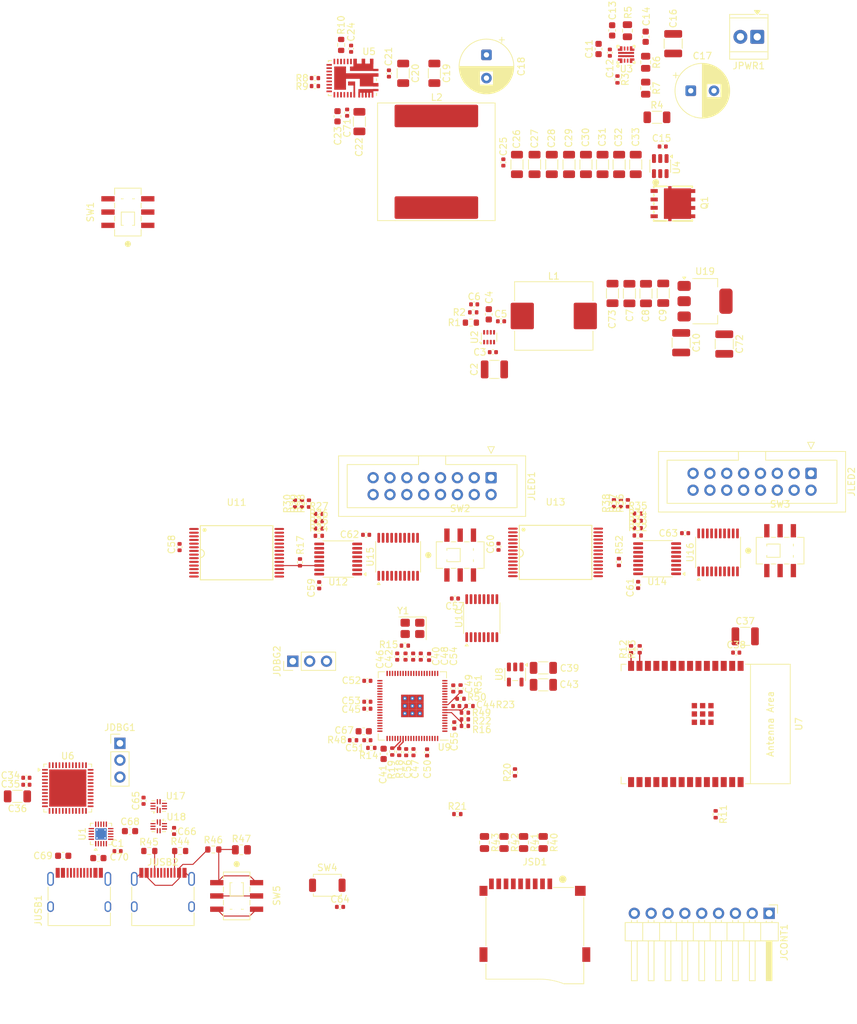
<source format=kicad_pcb>
(kicad_pcb (version 20241229) (generator "pcbnew") (generator_version "9.0")
  (layers (0 "F.Cu" signal) (4 "In1.Cu" signal) (6 "In2.Cu" signal) (2 "B.Cu" signal) (13 "F.Paste" user) (15 "B.Paste" user) (5 "F.SilkS" user "F.Silkscreen") (7 "B.SilkS" user "B.Silkscreen") (1 "F.Mask" user) (3 "B.Mask" user) (25 "Edge.Cuts" user))
  (net 0 "")
  (net 1 "GND")
  (net 2 "Net-(U1-VBIAS)")
  (net 3 "Net-(U2-VIN)")
  (net 4 "Net-(U2-SS)")
  (net 5 "Net-(U2-BST)")
  (net 6 "Net-(U2-SW)")
  (net 7 "Net-(U2-FB)")
  (net 8 "VDD")
  (net 9 "/Power/VBUS")
  (net 10 "Net-(U3-ITIMER)")
  (net 11 "Net-(U3-dVdt)")
  (net 12 "Net-(U4-VS)")
  (net 13 "+5V")
  (net 14 "Net-(U5-PVCC)")
  (net 15 "Net-(U5-VDD)")
  (net 16 "Net-(U5-PHASE)")
  (net 17 "Net-(C24-Pad2)")
  (net 18 "/Power/5V_REG")
  (net 19 "Net-(U9-XIN)")
  (net 20 "Net-(U9-VREG_AVDD)")
  (net 21 "Net-(C42-Pad2)")
  (net 22 "/Display MCU/DVDD")
  (net 23 "Net-(U9-ADC_AVDD)")
  (net 24 "/Peripherals/YADC")
  (net 25 "/Peripherals/PWRBTN")
  (net 26 "/Peripherals/ADCBTN")
  (net 27 "/Peripherals/MENBTN")
  (net 28 "/Peripherals/TABBTN")
  (net 29 "/Peripherals/SELBTN")
  (net 30 "/Peripherals/XADC")
  (net 31 "Net-(JDBG1-Pin_1)")
  (net 32 "Net-(JDBG1-Pin_2)")
  (net 33 "Net-(JDBG2-Pin_1)")
  (net 34 "Net-(JDBG2-Pin_2)")
  (net 35 "/Decoder/PANELA.R0")
  (net 36 "/LED Connection A/PANEL.B")
  (net 37 "/Decoder/PANELA.G0")
  (net 38 "/LED Connection A/PANEL.OE")
  (net 39 "/Decoder/PANELA.G1")
  (net 40 "/LED Connection A/PANEL.C")
  (net 41 "/LED Connection A/PANEL.D")
  (net 42 "/Decoder/PANELA.B1")
  (net 43 "/LED Connection A/PANEL.LAT")
  (net 44 "/LED Connection A/PANEL.CLK")
  (net 45 "/Decoder/PANELA.R1")
  (net 46 "/LED Connection A/PANEL.A")
  (net 47 "/Decoder/PANELA.B0")
  (net 48 "/LED Connection B/PANEL.D")
  (net 49 "/Decoder/PANELB.B1")
  (net 50 "/LED Connection B/PANEL.CLK")
  (net 51 "/LED Connection B/PANEL.C")
  (net 52 "/Decoder/PANELB.G1")
  (net 53 "/Decoder/PANELB.R1")
  (net 54 "/Decoder/PANELB.R0")
  (net 55 "/LED Connection B/PANEL.OE")
  (net 56 "/Decoder/PANELB.G0")
  (net 57 "/LED Connection B/PANEL.LAT")
  (net 58 "/LED Connection B/PANEL.B")
  (net 59 "/Decoder/PANELB.B0")
  (net 60 "/LED Connection B/PANEL.A")
  (net 61 "/Display MCU/CMD")
  (net 62 "/Display MCU/DAT0")
  (net 63 "/Display MCU/CLK")
  (net 64 "/Display MCU/DAT2")
  (net 65 "/Display MCU/DAT3")
  (net 66 "/Display MCU/DAT1")
  (net 67 "/Display MCU/DET")
  (net 68 "Net-(U1-C_SBU1)")
  (net 69 "Net-(JUSB1-CC2)")
  (net 70 "Net-(JUSB1-CC1)")
  (net 71 "Net-(U1-C_SBU2)")
  (net 72 "/Peripherals/AUX_USB_VBUS")
  (net 73 "/Peripherals/AUX_USB_D-")
  (net 74 "Net-(JUSB2-CC1)")
  (net 75 "Net-(JUSB2-CC2)")
  (net 76 "/Peripherals/AUX_USB_D+")
  (net 77 "Net-(U5-SW)")
  (net 78 "Net-(Q1-G)")
  (net 79 "/Power MCU/EN_VBUS")
  (net 80 "/Power MCU/VBUS_IMEAS")
  (net 81 "Net-(U3-PGTH)")
  (net 82 "Net-(U5-ADDR)")
  (net 83 "Net-(U5-RT{slash}SYNC)")
  (net 84 "Net-(U5-BOOT)")
  (net 85 "/Power MCU/ESP_RESET")
  (net 86 "/USB Mux/ESP_D+")
  (net 87 "/WiFi MCU/MCU_USB_D+")
  (net 88 "/WiFi MCU/MCU_USB_D-")
  (net 89 "/USB Mux/ESP_D-")
  (net 90 "Net-(U9-XOUT)")
  (net 91 "Net-(U19-VI)")
  (net 92 "/Decoder/PIX_MEM_PA4")
  (net 93 "Net-(U11-I{slash}O0)")
  (net 94 "/Decoder/MEM_IO")
  (net 95 "/Display MCU/USB_D+")
  (net 96 "/Display MCU/MCU_USB_D+")
  (net 97 "/Display MCU/USB_D-")
  (net 98 "/Display MCU/MCU_USB_D-")
  (net 99 "/Decoder/MEMA_WE")
  (net 100 "/Decoder/MEMB_WE")
  (net 101 "Net-(U9-GPIO10)")
  (net 102 "/Decoder/RGB_CLK")
  (net 103 "Net-(U9-GPIO11)")
  (net 104 "Net-(U11-I{slash}O1)")
  (net 105 "Net-(U11-I{slash}O2)")
  (net 106 "Net-(U11-I{slash}O3)")
  (net 107 "Net-(U11-I{slash}O4)")
  (net 108 "Net-(U11-I{slash}O5)")
  (net 109 "Net-(U11-I{slash}O6)")
  (net 110 "Net-(U11-I{slash}O7)")
  (net 111 "/Decoder/PANEL_RGB_OE")
  (net 112 "Net-(U13-I{slash}O1)")
  (net 113 "Net-(U13-I{slash}O2)")
  (net 114 "Net-(U13-I{slash}O3)")
  (net 115 "Net-(U13-I{slash}O4)")
  (net 116 "Net-(U13-I{slash}O5)")
  (net 117 "Net-(U13-I{slash}O6)")
  (net 118 "Net-(U13-I{slash}O7)")
  (net 119 "RESET")
  (net 120 "Net-(R46-Pad2)")
  (net 121 "/Decoder/PIX_MEM_PA3")
  (net 122 "Net-(U9-GPIO12)")
  (net 123 "/Decoder/PIX_MEM_PA1")
  (net 124 "/Decoder/PIX_MEM_PA2")
  (net 125 "/Decoder/PIX_MEM_PA0")
  (net 126 "/Decoder/PIX_MEM_PA5")
  (net 127 "/Decoder/PIX_MEM_PA6")
  (net 128 "/Decoder/PIX_MEM_PA7")
  (net 129 "/Decoder/PIX_MEM_PB2")
  (net 130 "/Decoder/PIX_MEM_PB1")
  (net 131 "/Decoder/PIX_MEM_PB0")
  (net 132 "/Decoder/PIX_MEM_PB3")
  (net 133 "/Decoder/PIX_MEM_PB4")
  (net 134 "/Decoder/PIX_MEM_PB6")
  (net 135 "/Decoder/PIX_MEM_PB7")
  (net 136 "/Decoder/PIX_MEM_PB5")
  (net 137 "/LED Connection A/PANEL.E")
  (net 138 "/LED Connection B/PANEL.E")
  (net 139 "Net-(U17-S)")
  (net 140 "/Power/USB_D+")
  (net 142 "/Power MCU/USB_CC2")
  (net 143 "/Power/USB_D-")
  (net 144 "/Power MCU/USB_CC1")
  (net 148 "/Power MCU/VBUS_PGOOD")
  (net 149 "/Power MCU/EN_5VREG")
  (net 150 "/Power MCU/5V_REG_SDA")
  (net 152 "/Power MCU/5V_REG_SMBA")
  (net 154 "/Power MCU/5V_REG_SCL")
  (net 160 "/Decoder/PIX_CNT_CE")
  (net 161 "/Display MCU/PWR.RX")
  (net 164 "/Power MCU/COMM1.RX")
  (net 171 "/Power MCU/COMM1.TX")
  (net 173 "/Display MCU/PWR.TX")
  (net 175 "/Decoder/CNT_RST")
  (net 180 "/Decoder/MEM_A13")
  (net 181 "/Decoder/PIX_CNT_PE")
  (net 185 "/Display MCU/ESP_INT")
  (net 187 "/Display MCU/Q3")
  (net 188 "/Display MCU/Q0")
  (net 190 "/Display MCU/Q2")
  (net 191 "/Display MCU/CS")
  (net 193 "/Display MCU/Q1")
  (net 196 "/Display MCU/RMUX_E")
  (net 197 "/Decoder/PIX_CLK")
  (net 199 "/Decoder/PIX_CNT_DIN3")
  (net 201 "/Display MCU/RMUX_C")
  (net 202 "/Decoder/PIX_CNT_DIN0")
  (net 203 "/Display MCU/PANEL_OE")
  (net 204 "/Decoder/Output Stage A/PIX_RGB_Q1")
  (net 205 "/Decoder/Output Stage A/PIX_RGB_Q0")
  (net 206 "/Display MCU/RMUX_A")
  (net 208 "/Decoder/PIX_CNT_DIN2")
  (net 209 "/Decoder/PIX_CNT_DIN1")
  (net 212 "/Display MCU/PANEL_LAT")
  (net 213 "/Display MCU/RMUX_D")
  (net 218 "/Display MCU/~{PIX_CLK}")
  (net 219 "/Display MCU/RMUX_B")
  (net 220 "/Decoder/Output Stage A/PIX_CNT_Q2")
  (net 221 "/Decoder/Output Stage A/PIX_CNT_Q3")
  (net 222 "/Decoder/Output Stage A/PIX_CNT_Q0")
  (net 223 "/Decoder/Output Stage A/PIX_CNT_Q1")
  (net 231 "Net-(U13-I{slash}O0)")
  (net 232 "Net-(JLED1-Pin_8)")
  (net 233 "Net-(JLED1-Pin_4)")
  (net 234 "Net-(JLED2-Pin_4)")
  (net 235 "Net-(JLED2-Pin_8)")
  (footprint "Resistor_SMD:R_0805_2012Metric" (layer "F.Cu") (at 131.9625 150.6)
    (property "Reference" "R47")
    (property "Value" "10k")
  )
  (footprint "Switch_Slide_SMD:SW-SMD_MS-22D28-G020" (layer "F.Cu") (at 114.85 54.55 90)
    (property "Reference" "SW1")
    (property "Value" "MS-22D28-G020")
  )
  (footprint "Capacitor_SMD:C_0402_1005Metric" (layer "F.Cu") (at 157.9 135.9 90)
    (property "Reference" "C47")
    (property "Value" "100nF")
  )
  (footprint "Resistor_SMD:R_0402_1005Metric" (layer "F.Cu") (at 143.05 34.375 180)
    (property "Reference" "R8")
    (property "Value" "10k")
  )
  (footprint "PCM_Espressif:ESP32-C6-WROOM-1" (layer "F.Cu") (at 198.95 131.65 -90)
    (property "Reference" "U7")
    (property "Value" "ESP32-C6-WROOM-1")
  )
  (footprint "TerminalBlock_TE-Connectivity:TerminalBlock_TE_282834-2_1x02_P2.54mm_Horizontal" (layer "F.Cu") (at 209.72 28.1575 180)
    (property "Reference" "JPWR1")
    (property "Value" "Screw_Terminal_01x02")
  )
  (footprint "Button_Switch_SMD:SW_SPST_TS-1088-xR020" (layer "F.Cu") (at 144.91 155.94)
    (property "Reference" "SW4")
    (property "Value" "TS-1088-AR02016")
  )
  (footprint "Resistor_SMD:R_0402_1005Metric" (layer "F.Cu") (at 191.705 101.06)
    (property "Reference" "R34")
    (property "Value" "1k")
  )
  (footprint "Resistor_SMD:R_0402_1005Metric" (layer "F.Cu") (at 191.715 99.96)
    (property "Reference" "R35")
    (property "Value" "1k")
  )
  (footprint "Resistor_SMD:R_0805_2012Metric" (layer "F.Cu") (at 190.15 27.2375 90)
    (property "Reference" "R5")
    (property "Value" "1.2k")
  )
  (footprint "Capacitor_SMD:C_0402_1005Metric" (layer "F.Cu") (at 198.845 102.91 180)
    (property "Reference" "C63")
    (property "Value" "100nF")
  )
  (footprint "Capacitor_SMD:C_0402_1005Metric" (layer "F.Cu") (at 150.765 103.16 180)
    (property "Reference" "C62")
    (property "Value" "100nF")
  )
  (footprint "Package_SO:TSSOP-16_4.4x5mm_P0.65mm" (layer "F.Cu") (at 146.5525 106.81 180)
    (property "Reference" "U12")
    (property "Value" "74AHCT595")
  )
  (footprint "Switch_Slide_SMD:SW-SMD_MS-22D28-G020" (layer "F.Cu") (at 131.25 157.55 -90)
    (property "Reference" "SW5")
    (property "Value" "MS-22D28-G020")
  )
  (footprint "Resistor_SMD:R_0402_1005Metric" (layer "F.Cu") (at 165.65 131.95)
    (property "Reference" "R16")
    (property "Value" "33")
  )
  (footprint "Capacitor_SMD:C_0402_1005Metric" (layer "F.Cu") (at 99.55 139.75 180)
    (property "Reference" "C34")
    (property "Value" "100nF")
  )
  (footprint "Resistor_SMD:R_0402_1005Metric" (layer "F.Cu") (at 155.75 135.86 -90)
    (property "Reference" "R18")
    (property "Value" "22")
  )
  (footprint "Capacitor_SMD:C_0402_1005Metric" (layer "F.Cu") (at 191.765 110.71 -90)
    (property "Reference" "C61")
    (property "Value" "100nF")
  )
  (footprint "Resistor_SMD:R_0805_2012Metric" (layer "F.Cu") (at 177.45 149.5 -90)
    (property "Reference" "R40")
    (property "Value" "10k")
  )
  (footprint "Package_TO_SOT_SMD:SOT-223-3_TabPin2" (layer "F.Cu") (at 201.85 67.975)
    (property "Reference" "U19")
    (property "Value" "LD1117AG-33-AA3-A-R")
  )
  (footprint "Capacitor_SMD:C_0402_1005Metric" (layer "F.Cu") (at 164.35 128.95 180)
    (property "Reference" "C44")
    (property "Value" "100nF")
  )
  (footprint "Capacitor_SMD:C_0402_1005Metric" (layer "F.Cu") (at 159.95 135.93 90)
    (property "Reference" "C50")
    (property "Value" "100nF")
  )
  (footprint "Resistor_SMD:R_0402_1005Metric" (layer "F.Cu") (at 165 127.85)
    (property "Reference" "R50")
    (property "Value" "33")
  )
  (footprint "Capacitor_SMD:C_0402_1005Metric" (layer "F.Cu") (at 156.8 135.9 90)
    (property "Reference" "C56")
    (property "Value" "100nF")
  )
  (footprint "Connector_USB:USB_C_Receptacle_HRO_TYPE-C-31-M-12" (layer "F.Cu") (at 120.13 158.11)
    (property "Reference" "JUSB2")
    (property "Value" "USB_C_Receptacle_USB2.0_14P")
  )
  (footprint "Connector_PinHeader_2.54mm:PinHeader_1x03_P2.54mm_Vertical" (layer "F.Cu") (at 113.65 134.56)
    (property "Reference" "JDBG1")
    (property "Value" "Conn_01x03")
  )
  (footprint "Capacitor_THT:CP_Radial_D8.0mm_P3.50mm" (layer "F.Cu") (at 168.9 30.872349 -90)
    (property "Reference" "C18")
    (property "Value" "150uF")
  )
  (footprint "Resistor_SMD:R_0402_1005Metric" (layer "F.Cu") (at 166.91 69.65 180)
    (property "Reference" "R2")
    (property "Value" "10k")
  )
  (footprint "Resistor_SMD:R_0805_2012Metric" (layer "F.Cu") (at 171.55 149.5 -90)
    (property "Reference" "R42")
    (property "Value" "10k")
  )
  (footprint "Capacitor_SMD:C_1206_3216Metric" (layer "F.Cu") (at 156.35 33.65 -90)
    (property "Reference" "C20")
    (property "Value" "4.7uF")
  )
  (footprint "Capacitor_SMD:C_0402_1005Metric" (layer "F.Cu") (at 164.05 131.85 90)
    (property "Reference" "C55")
    (property "Value" "100nF")
  )
  (footprint "Capacitor_SMD:C_0402_1005Metric" (layer "F.Cu") (at 154.2 33.675 -90)
    (property "Reference" "C21")
    (property "Value" "100nF")
  )
  (footprint "Capacitor_SMD:C_0402_1005Metric" (layer "F.Cu") (at 187.5 30.5375 90)
    (property "Reference" "C12")
    (property "Value" "100nF")
  )
  (footprint "Package_TSOPI:TSOP-28_L11.8-W8.0-P0.55-LS13.4-L" (layer "F.Cu") (at 131.24 105.86)
    (property "Reference" "U11")
    (property "Value" "IS61LV256AL")
  )
  (footprint "Capacitor_SMD:C_0402_1005Metric" (layer "F.Cu") (at 150.95 125.15)
    (property "Reference" "C52")
    (property "Value" "100nF")
  )
  (footprint "RP2350_80QFN_minimal:RP2350-QFN-80-1EP_10x10_P0.4mm_EP3.4x3.4mm_ThermalVias" (layer "F.Cu") (at 157.733333 128.933333 180)
    (property "Reference" "U9")
    (property "Value" "RP2354B")
  )
  (footprint "Capacitor_SMD:C_1206_3216Metric" (layer "F.Cu") (at 173.5 47.375 90)
    (property "Reference" "C26")
    (property "Value" "47uF")
  )
  (footprint "Capacitor_SMD:C_0402_1005Metric" (layer "F.Cu") (at 171.45 47.075 90)
    (property "Reference" "C25")
    (property "Value" "100nF")
  )
  (footprint "Resistor_SMD:R_0603_1608Metric" (layer "F.Cu") (at 118.08 150.78 180)
    (property "Reference" "R45")
    (property "Value" "5.1k")
  )
  (footprint "Resistor_SMD:R_0402_1005Metric" (layer "F.Cu") (at 141.09 98.46 90)
    (property "Reference" "R29")
    (property "Value" "1k")
  )
  (footprint "Resistor_SMD:R_0402_1005Metric" (layer "F.Cu") (at 148.8 134.1)
    (property "Reference" "R48")
    (property "Value" "200")
  )
  (footprint "Capacitor_SMD:C_0402_1005Metric" (layer "F.Cu") (at 148.5 29.945 90)
    (property "Reference" "C24")
    (property "Value" "100nF")
  )
  (footprint "Capacitor_SMD:C_0402_1005Metric" (layer "F.Cu") (at 171.1 71)
    (property "Reference" "C5")
    (property "Value" "100nF")
  )
  (footprint "Resistor_SMD:R_0805_2012Metric" (layer "F.Cu") (at 192.9 35.8875 -90)
    (property "Reference" "R7")
    (property "Value" "150k")
  )
  (footprint "Connector_PinHeader_2.54mm:PinHeader_1x03_P2.54mm_Vertical" (layer "F.Cu") (at 139.71 122.2 90)
    (property "Reference" "JDBG2")
    (property "Value" "Conn_01x03")
  )
  (footprint "Resistor_SMD:R_0805_2012Metric" (layer "F.Cu") (at 174.5 149.5 -90)
    (property "Reference" "R41")
    (property "Value" "10k")
  )
  (footprint "Capacitor_SMD:C_1210_3225Metric" (layer "F.Cu") (at 198.25 74.225 -90)
    (property "Reference" "C10")
    (property "Value" "10uF")
  )
  (footprint "Connector_USB:USB_C_Receptacle_HRO_TYPE-C-31-M-12" (layer "F.Cu") (at 107.515 158.11)
    (property "Reference" "JUSB1")
    (property "Value" "USB_C_Receptacle_USB2.0_14P")
  )
  (footprint "Resistor_SMD:R_0402_1005Metric" (layer "F.Cu") (at 190.7 120.4 90)
    (property "Reference" "R12")
    (property "Value" "22")
  )
  (footprint "Capacitor_SMD:C_1210_3225Metric" (layer "F.Cu") (at 197.05 29.1875 90)
    (property "Reference" "C16")
    (property "Value" "10uF")
  )
  (footprint "Resistor_SMD:R_0402_1005Metric" (layer "F.Cu") (at 191.705 102.16)
    (property "Reference" "R33")
    (property "Value" "1k")
  )
  (footprint "Capacitor_SMD:C_0402_1005Metric" (layer "F.Cu") (at 169.87 75.65)
    (property "Reference" "C3")
    (property "Value" "100nF")
  )
  (footprint "Package_SO:TSSOP-20_4.4x6.5mm_P0.65mm" (layer "F.Cu") (at 155.59 106.4725 90)
    (property "Reference" "U15")
    (property "Value" "74HCT245")
  )
  (footprint "Connector_IDC:IDC-Header_2x08_P2.54mm_Vertical" (layer "F.Cu") (at 217.825 93.8975 -90)
    (property "Reference" "JLED2")
    (property "Value" "Conn_02x08_Counter_Clockwise")
  )
  (footprint "Resistor_SMD:R_0402_1005Metric" (layer "F.Cu") (at 166.35 128.95)
    (property "Reference" "R23")
    (property "Value" "33")
  )
  (footprint "Capacitor_SMD:C_1206_3216Metric" (layer "F.Cu") (at 178.75 47.375 90)
    (property "Reference" "C28")
    (property "Value" "47uF")
  )
  (footprint "Capacitor_SMD:C_0603_1608Metric" (layer "F.Cu") (at 169.25 69.95 90)
    (property "Reference" "C4")
    (property "Value" "33nF")
  )
  (footprint "Resistor_SMD:R_0805_2012Metric" (layer "F.Cu") (at 168.6 149.5 -90)
    (property "Reference" "R43")
    (property "Value" "10k")
  )
  (footprint "Package_SO:TSSOP-20_4.4x6.5mm_P0.65mm" (layer "F.Cu") (at 203.815 105.81 90)
    (property "Reference" "U16")
    (property "Value" "74HCT245")
  )
  (footprint "Capacitor_SMD:C_0603_1608Metric" (layer "F.Cu") (at 192.9 28.1375 90)
    (property "Reference" "C14")
    (property "Value" "8.2nF")
  )
  (footprint "Resistor_SMD:R_0603_1608Metric" (layer "F.Cu") (at 147 29.375 -90)
    (property "Reference" "R10")
    (property "Value" "2.2")
  )
  (footprint "Resistor_SMD:R_0402_1005Metric" (layer "F.Cu") (at 165.65 129.95)
    (property "Reference" "R49")
    (property "Value" "33")
  )
  (footprint "Capacitor_SMD:C_1206_3216Metric" (layer "F.Cu") (at 181.35 47.375 90)
    (property "Reference" "C29")
    (property "Value" "47uF")
  )
  (footprint "Capacitor_SMD:C_1206_3216Metric" (layer "F.Cu") (at 98.2 142.55 180)
    (property "Reference" "C36")
    (property "Value" "4.7uF")
  )
  (footprint "Resistor_SMD:R_0402_1005Metric" (layer "F.Cu") (at 143.05 35.575 180)
    (property "Reference" "R9")
    (property "Value" "3.3k")
  )
  (footprint "Capacitor_SMD:C_0402_1005Metric" (layer "F.Cu") (at 150.95 129.35)
    (property "Reference" "C45")
    (property "Value" "100nF")
  )
  (footprint "Capacitor_SMD:C_0603_1608Metric" (layer "F.Cu") (at 110.4 151.85)
    (property "Reference" "C70")
    (property "Value" "330pF")
  )
  (footprint "Resistor_SMD:R_0402_1005Metric" (layer "F.Cu") (at 165 126.3 90)
    (property "Reference" "R51")
    (property "Value" "33")
  )
  (footprint "TI_EFuse:VQFN-10_L2.0-W2.0-P0.45-TL" (layer "F.Cu") (at 189.95 30.8375 90)
    (property "Reference" "U3")
    (property "Value" "TPS259472A")
  )
  (footprint "Capacitor_SMD:C_0402_1005Metric" (layer "F.Cu") (at 122.64 105.01 -90)
    (property "Reference" "C58")
    (property "Value" "100nF")
  )
  (footprint "Capacitor_SMD:C_1210_3225Metric" (layer "F.Cu") (at 204.75 74.425 -90)
    (property "Reference" "C72")
    (property "Value" "10uF")
  )
  (footprint "Inductor_SMD:L_Chilisin_BMRF00101040" (layer "F.Cu") (at 179.05 70.2)
    (property "Reference" "L1")
    (property "Value" "6.8uH")
  )
  (footprint "Package_TO_SOT_SMD:SOT-583-8" (layer "F.Cu") (at 169.3 73.4 90)
    (property "Reference" "U2")
    (property "Value" "TPS62933")
  )
  (footprint "Resistor_SMD:R_0402_1005Metric" (layer "F.Cu") (at 151.55 135.25)
    (property "Reference" "R14")
    (property "Value" "10")
  )
  (footprint "Capacitor_SMD:C_0402_1005Metric" (layer "F.Cu") (at 117.2125 143.2125 90)
    (property "Reference" "C65")
    (property "Value" "100nF")
  )
  (footprint "Capacitor_SMD:C_0402_1005Metric" (layer "F.Cu") (at 160.25 121.55 -90)
    (property "Reference" "C54")
    (property "Value" "100nF")
  )
  (footprint "Resistor_SMD:R_0402_1005Metric" (layer "F.Cu") (at 140.79 107.31 90)
    (property "Reference" "R17")
    (property "Value" "1k")
  )
  (footprint "Resistor_SMD:R_0402_1005Metric" (layer "F.Cu") (at 192 120.4 90)
    (property "Reference" "R13")
    (property "Value" "22")
  )
  (footprint "Resistor_SMD:R_0805_2012Metric" (layer "F.Cu") (at 192.9 31.9875 -90)
    (property "Reference" "R6")
    (property "Value" "470k")
  )
  (footprint "Capacitor_SMD:C_0402_1005Metric" (layer "F.Cu") (at 163.9 126.3 -90)
    (property "Reference" "C49")
    (property "Value" "100nF")
  )
  (footprint "Resistor_SMD:R_0402_1005Metric" (layer "F.Cu") (at 188.115 98.41 90)
    (property "Reference" "R38")
    (property "Value" "1k")
  )
  (footprint "Capacitor_SMD:C_0603_1608Metric" (layer "F.Cu") (at 105.1 151.5 180)
    (property "Reference" "C69")
    (property "Value" "330pF")
  )
  (footprint "Resistor_SMD:R_0402_1005Metric" (layer "F.Cu") (at 143.63 103.31)
    (property "Reference" "R24")
    (property "Value" "1k")
  )
  (footprint "Switch_Slide_SMD:SW-SMD_MS-22D28-G020" (layer "F.Cu") (at 164.94 106.21)
    (property "Reference" "SW2")
    (property "Value" "MS-22D28-G020")
  )
  (footprint "Capacitor_SMD:C_0402_1005Metric" (layer "F.Cu") (at 157.85 121.5 -90)
    (property "Reference" "C40")
    (property "Value" "15pF")
  )
  (footprint "Package_SO:TSSOP-16_4.4x5mm_P0.65mm" (layer "F.Cu") (at 194.6275 106.76 180)
    (property "Reference" "U14")
    (property "Value" "74AHCT595")
  )
  (footprint "Resistor_SMD:R_0402_1005Metric" (layer "F.Cu") (at 188.65 34.575 -90)
    (property "Reference" "R3")
    (property "Value" "10k")
  )
  (footprint "Resistor_SMD:R_0402_1005Metric" (layer "F.Cu") (at 164.515 145.22)
    (property "Reference" "R21")
    (property "Value" "10k")
  )
  (footprint "Capacitor_SMD:C_0402_1005Metric" (layer "F.Cu") (at 147.9 39.575 -90)
    (property "Reference" "C71")
    (property "Value" "100nF")
  )
  (footprint "Capacitor_SMD:C_1206_3216Metric" (layer "F.Cu") (at 195.55 66.775 90)
    (property "Reference" "C9")
    (property "Value" "47uF")
  )
  (footprint "Capacitor_SMD:C_0402_1005Metric" (layer "F.Cu") (at 121.8125 147.7625 -90)
    (property "Reference" "C66")
    (property "Value" "100nF")
  )
  (footprint "Resistor_SMD:R_0603_1608Metric" (layer "F.Cu") (at 166.55 71.2)
    (property "Reference" "R1")
    (property "Value" "49.9k")
  )
  (footprint "Capacitor_SMD:C_1206_3216Metric" (layer "F.Cu") (at 177.475 123.2)
    (property "Reference" "C39")
    (property "Value" "4.7uF")
  )
  (footprint "Capacitor_SMD:C_0402_1005Metric" (layer "F.Cu") (at 206.55 120.9)
    (property "Reference" "C38")
    (property "Value" "100nF")
  )
  (footprint "Connector_IDC:IDC-Header_2x08_P2.54mm_Vertical" (layer "F.Cu") (at 169.6 94.56 -90)
    (property "Reference" "JLED1")
    (property "Value" "Conn_02x08_Counter_Clockwise")
  )
  (footprint "Capacitor_SMD:C_1206_3216Metric" (layer "F.Cu") (at 177.475 125.75)
    (property "Reference" "C43")
    (property "Value" "4.7uF")
  )
  (footprint "Resistor_SMD:R_0402_1005Metric" (layer "F.Cu") (at 143.63 102.21)
    (property "Reference" "R25")
    (property "Value" "1k")
  )
  (footprint "Resistor_SMD:R_1206_3216Metric" (layer "F.Cu") (at 194.6 40.275)
    (property "Reference" "R4")
    (property "Value" "100")
  )
  (footprint "Capacitor_SMD:C_0603_1608Metric" (layer "F.Cu") (at 153.4 136.15 -90)
    (property "Reference" "C41")
    (property "Value" "2.2uF")
  )
  (footprint "Capacitor_SMD:C_0603_1608Metric" (layer "F.Cu") (at 185.8 29.9875 90)
    (property "Reference" "C11")
    (property "Value" "1uF")
  )
  (footprint "Resistor_SMD:R_0402_1005Metric" (layer "F.Cu") (at 203.45 145.25 -90)
    (property "Reference" "R11")
    (property "Value" "20k")
  )
  (footprint "Switch_Slide_SMD:SW-SMD_MS-22D28-G020" (layer "F.Cu") (at 213.165 105.5475)
    (property "Reference" "SW3")
    (property "Value" "MS-22D28-G020")
  )
  (footprint "Transistor_FET_Winsok:DFN-8_L4.9-W6.0-P1.27-LS6.1-BL" (layer "F.Cu") (at 197.01 53.2825 -90)
    (property "Reference" "Q1")
    (property "Value" "WSD40120DN56G")
  )
  (footprint "Capacitor_SMD:C_0402_1005Metric" (layer "F.Cu") (at 159 121.5 -90)
    (property "Reference" "C48")
    (property "Value" "100nF")
  )
  (footprint "Capacitor_SMD:C_0402_1005Metric" (layer "F.Cu") (at 170.715 104.96 -90)
    (property "Reference" "C60")
    (property "Value" "100nF")
  )
  (footprint "Capacitor_SMD:C_1210_3225Metric" (layer "F.Cu") (at 170.1 78.25)
    (property "Reference" "C2")
    (property "Value" "10uF")
  )
  (footprint "Resistor_SMD:R_0402_1005Metric" (layer "F.Cu") (at 140.04 98.46 90)
    (property "Reference" "R30")
    (property "Value" "1k")
  )
  (footprint "Capacitor_SMD:C_0402_1005Metric" (layer "F.Cu") (at 156.7 121.5 90)
    (property "Reference" "C42")
    (property "Value" "15pF")
  )
  (footprint "Capacitor_SMD:C_0402_1005Metric" (layer "F.Cu") (at 150.95 134.1)
    (property "Reference" "C51")
    (property "Value" "100nF")
  )
  (footprint "Capacitor_SMD:C_1210_3225Metric" (layer "F.Cu") (at 207.9 118.45)
    (property "Reference" "C37")
    (property "Value" "10uF")
  )
  (footprint "Package_TO_SOT_SMD:SOT-23-5" (layer "F.Cu") (at 173.2375 124.2 -90)
    (property "Reference" "U8")
    (property "Value" "TLV74311")
  )
  (footprint "Capacitor_SMD:C_0402_1005Metric" (layer "F.Cu") (at 146.83 159.2)
    (property "Reference" "C64")
    (property "Value" "100nF")
  )
  (footprint "Package_TSOPI:TSOP-28_L11.8-W8.0-P0.55-LS13.4-L" (layer "F.Cu") (at 179.315 105.81)
    (property "Reference" "U13")
    (property "Value" "IS61LV256AL")
  )
  (footprint "Resistor_SMD:R_0402_1005Metric" (layer "F.Cu") (at 191.705 103.26)
    (property "Reference" "R32")
    (property "Value" "1k")
  )
  (footprint "Capacitor_SMD:C_0402_1005Metric" (layer "F.Cu") (at 195.47 44.675 180)
    (property "Reference" "C15")
    (property "Value" "100nF")
  )
  (footprint "Resistor_SMD:R_0402_1005Metric" (layer "F.Cu") (at 156.6 119.85)
    (property "Reference" "R15")
    (property "Value" "1k")
  )
  (footprint "Resistor_SMD:R_0603_1608Metric" (layer "F.Cu") (at 122.73 150.78)
    (property "Reference" "R44")
    (property "Value" "5.1k")
  )
  (footprint "Capacitor_SMD:C_1206_3216Metric" (layer "F.Cu") (at 187.9 66.8 90)
    (property "Reference" "C73")
    (property "Value" "47uF")
  )
  (footprint "Capacitor_SMD:C_1206_3216Metric" (layer "F.Cu") (at 186.4 47.375 90)
    (property "Reference" "C31")
    (property "Value" "47uF")
  )
  (footprint "Resistor_SMD:R_0603_1608Metric" (layer "F.Cu") (at 127.725 150.55)
    (property "Reference" "R46")
    (property "Value" "20k")
  )
  (footprint "Capacitor_SMD:C_1206_3216Metric" (layer "F.Cu") (at 190.45 66.825 90)
    (property "Reference" "C7")
    (property "Value" "47uF")
  )
  (footprint "Resistor_SMD:R_0402_1005Metric" (layer "F.Cu") (at 165.65 130.95)
    (property "Reference" "R22")
    (property "Value" "33")
  )
  (footprint "Package_DFN_QFN:UQFN-10_1.4x1.8mm_P0.4mm" (layer "F.Cu") (at 119.5 147.0625 -90)
    (property "Reference" "U18")
    (property "Value" "TS3USB30ERSWR")
  )
  (footprint "Capacitor_SMD:C_0402_1005Metric" (layer "F.Cu") (at 113.3 150.8)
    (property "Reference" "C1")
    (property "Value" "100nF")
  )
  (footprint "Package_DFN_QFN:WQFN-20-1EP_3x3mm_P0.4mm_EP1.7x1.7mm_ThermalVias" (layer "F.Cu") (at 110.8 148.2125 90)
    (property "Reference" "U1")
    (property "Value" "TPD6S300A")
  )
  (footprint "Capacitor_SMD:C_0402_1005Metric" (layer "F.Cu") (at 167.05 68.45)
    (property "Reference" "C6")
    (property "Value" "10pF")
  )
  (footprint "Resistor_SMD:R_0402_1005Metric" (layer "F.Cu") (at 189.165 98.41 90)
    (property "Reference" "R37")
    (property "Value" "1k")
  )
  (footprint "Capacitor_SMD:C_0402_1005Metric" (layer "F.Cu") (at 164.15 112.75 180)
    (property "Reference" "C57")
    (property "Value" "100nF")
  )
  (footprint "Resistor_SMD:R_0402_1005Metric" (layer "F.Cu") (at 188.865 107.26 90)
    (property "Reference" "R52")
    (property "Value" "1k")
  )
  (footprint "Resistor_SMD:R_0402_1005Metric" (layer "F.Cu") (at 173.2 138.95 90)
    (property "Reference" "R20")
    (property "Value" "10k")
  )
  (footprint "Capacitor_SMD:C_1206_3216Metric" (layer "F.Cu") (at 149.75 40.925 -90)
    (property "Reference" "C22")
    (property "Value" "4.7uF")
  )
  (footprint "Capacitor_SMD:C_1206_3216Metric" (layer "F.Cu") (at 191.4 47.375 90)
    (property "Reference" "C33")
    (property "Value" "47uF")
  )
  (footprint "Capacitor_SMD:C_0603_1608Metric" (layer "F.Cu") (at 115.175 147.7875)
    (property "Reference" "C68")
    (property "Value" "1uF")
  )
  (footprint "Resistor_SMD:R_0402_1005Metric" (layer "F.Cu") (at 143.63 101.11)
    (property "Reference" "R26")
    (property "Value" "1k")
  )
  (footprint "Connector_PinHeader_2.54mm:PinHeader_1x09_P2.54mm_Horizontal" (layer "F.Cu") (at 211.51 160.165 -90)
    (property "Reference" "JCONT1")
    (property "Value" "Conn_01x09_Pin")
  )
  (footprint "Capacitor_SMD:C_1206_3216Metric" (layer "F.Cu") (at 192.95 66.825 90)
    (property "Reference" "C8")
    (property "Value" "47uF")
  )
  (footprint "Package_DFN_QFN:UQFN-10_1.4x1.8mm_P0.4mm" (layer "F.Cu") (at 119.5 144.0125 90)
    (property "Reference" "U17")
    (property "Value" "TS3USB30ERSWR")
  )
  (footprint "Resistor_SMD:R_0402_1005Metric" (layer "F.Cu") (at 154.7 135.8 -90)
    (property "Reference" "R19")
    (property "Value" "22")
  )
  (footprint "Package_TO_SOT_SMD:TSOT-23-6" (layer "F.Cu") (at 195.1 47.625 -90)
    (property "Reference" "U4")
    (property "Value" "LM5050-1")
  )
  (footprint "Resistor_SMD:R_0402_1005Metric" (layer "F.Cu") (at 142.14 98.46 90)
    (property "Reference" "R28")
    (property "Value" "1k")
  )
  (footprint "Capacitor_SMD:C_1206_3216Metric" (layer "F.Cu") (at 183.9 47.375 90)
    (property "Reference" "C30")
    (property "Value" "47uF")
  )
  (footprint "Package_DFN_QFN:QFN-48-1EP_7x7mm_P0.5mm_EP5.6x5.6mm" (layer "F.Cu") (at 105.7875 141.3)
    (property "Reference" "U6")
    (property "Value" "STM32G071CBUx")
  )
  (footprint "Capacitor_SMD:C_0402_1005Metric" (layer "F.Cu") (at 99.55 140.8 180)
    (property "Reference" "C35")
    (property "Value" "100nF")
  )
  (footprint "Capacitor_SMD:C_0402_1005Metric" (layer "F.Cu") (at 150.95 128.3)
    (property "Reference" "C53")
    (property "Value" "100nF")
  )
  (footprint "Inductor_Cenker:L_Cenker_CKST1707" (layer "F.Cu") (at 161.35 46.975 -90)
    (property "Reference" "L2")
    (property "Value" "1uH")
  )
  (footprint "Capacitor_SMD:C_1206_3216Metric" (layer "F.Cu") (at 188.9 47.375 90)
    (property "Reference" "C32")
    (property "Value" "47uF")
  )
  (footprint "Capacitor_SMD:C_0402_1005Metric" (layer "F.Cu") (at 143.69 110.76 -90)
    (property "Reference" "C59")
    (property "Value" "100nF")
  )
  (footprint "Resistor_SMD:R_0402_1005Metric" (layer "F.Cu") (at 190.215 98.41 90)
    (property "Reference" "R36")
    (property "Value" "1k")
  )
  (footprint "Vishay_DCDC:POWERPAK_MLP34-57_VIS" (layer "F.Cu") (at 148.7 34.375 -90)
    (property "Reference" "U5")
    (property "Value" "SiC451")
  )
  (footprint "Capacitor_SMD:C_0603_1608Metric" (layer "F.Cu") (at 187.85 27.1875 90)
    (property "Reference" "C13")
    (property "Value" "2.2nF")
  )
  (footprint "Capacitor_SMD:C_0402_1005Metric" (layer "F.Cu") (at 155.45 121.5 -90)
    (property "Reference" "C46")
    (property "Value" "100nF")
  )
  (footprint "Capacitor_SMD:C_1206_3216Metric" (layer "F.Cu") (at 176.15 47.375 90)
    (property "Reference" "C27")
    (property "Value" "47uF")
  )
  (footprint "Package_SO:TSSOP-16_4.4x5mm_P0.65mm" (layer "F.Cu") (at 168.2 115.7125 90)
    (property "Reference" "U10")
    (property "Value" "74VHC161")
  )
  (footprint "Capacitor_SMD:C_1206_3216Metric" (layer "F.Cu") (at 161.05 33.65 -90)
    (property "Reference" "C19")
    (property "Value" "4.7uF")
  )
  (footprint "Capacitor_SMD:C_0603_1608Metric" (layer "F.Cu") (at 150.4 132.75 180)
    (property "Reference" "C67")
    (property "Value" "2.2uF")
  )
  (footprint "Resistor_SMD:R_0402_1005Metric" (layer "F.Cu") (at 143.64 100.01)
    (property "Reference" "R27")
    (property "Value" "1k")
  )
  (footprint "Connector_TF:microSD_XUNPU_TF-115-BCP9" (layer "F.Cu") (at 176.2 161.03)
    (property "Reference" "JSD1")
    (property "Value" "Micro_SD_Card_Det1")
  )
  (footprint "Crystal:Crystal_SMD_3225-4Pin_3.2x2.5mm" (layer "F.Cu") (at 157.75 117.25 180)
    (property "Reference" "Y1")
    (property "Value" "ABM8-272-T3")
  )
  (footprint "Capacitor_SMD:C_0603_1608Metric" (layer "F.Cu") (at 146.45 40.125 -90)
    (property "Reference" "C23")
    (property "Value" "1uF")
  )
  (footprint "Capacitor_THT:CP_Radial_D8.0mm_P3.50mm" (layer "F.Cu") (at 199.697349 36.275)
    (property "Reference" "C17")
    (property "Value" "220uF")
  )
  (segment (start 123.38 154.035) (end 123.535 154.035) (width 0.15) (layer "F.Cu") (net 1))
  (segment (start 123.535 154.035) (end 124.45 154.95) (width 0.15) (layer "F.Cu") (net 1))
  (segment (start 133.224 160.576) (end 134.25 159.55) (width 0.15) (layer "F.Cu") (net 1))
  (segment (start 128.25 159.55) (end 129.276 160.576) (width 0.15) (layer "F.Cu") (net 1))
  (segment (start 115.965 154.95) (end 116.88 154.035) (width 0.15) (layer "F.Cu") (net 1))
  (segment (start 129.276 160.576) (end 133.224 160.576) (width 0.15) (layer "F.Cu") (net 1))
  (segment (start 115.81 154.95) (end 115.965 154.95) (width 0.15) (layer "F.Cu") (net 1))
  (segment (start 152.185 135.375) (end 152.06 135.25) (width 0.15) (layer "F.Cu") (net 20))
  (segment (start 163.87 128.95) (end 163.686667 129.133333) (width 0.15) (layer "F.Cu") (net 22))
  (segment (start 123.138 152.8) (end 124.65 152.8) (width 0.15) (layer "F.Cu") (net 72))
  (segment (start 122.58 154.035) (end 122.58 153.358) (width 0.15) (layer "F.Cu") (net 72))
  (segment (start 124.65 152.8) (end 126.9 150.55) (width 0.15) (layer "F.Cu") (net 72))
  (segment (start 117.68 154.662) (end 118.968 155.95) (width 0.15) (layer "F.Cu") (net 72))
  (segment (start 118.968 155.95) (end 121.54 155.95) (width 0.15) (layer "F.Cu") (net 72))
  (segment (start 122.58 153.358) (end 123.138 152.8) (width 0.15) (layer "F.Cu") (net 72))
  (segment (start 117.68 154.035) (end 117.68 154.662) (width 0.15) (layer "F.Cu") (net 72))
  (segment (start 122.58 154.91) (end 122.58 154.035) (width 0.15) (layer "F.Cu") (net 72))
  (segment (start 121.54 155.95) (end 122.58 154.91) (width 0.15) (layer "F.Cu") (net 72))
  (segment (start 118.88 154.035) (end 118.88 150.805) (width 0.15) (layer "F.Cu") (net 74))
  (segment (start 118.88 150.805) (end 118.905 150.78) (width 0.15) (layer "F.Cu") (net 74))
  (segment (start 121.88 154.035) (end 121.88 150.805) (width 0.15) (layer "F.Cu") (net 75))
  (segment (start 121.88 150.805) (end 121.905 150.78) (width 0.15) (layer "F.Cu") (net 75))
  (segment (start 190.7 122.9) (end 190.7 120.91) (width 0.2) (layer "F.Cu") (net 87))
  (segment (start 192 120.91) (end 192 122.87) (width 0.2) (layer "F.Cu") (net 88))
  (segment (start 192 122.87) (end 191.97 122.9) (width 0.2) (layer "F.Cu") (net 88))
  (segment (start 137.67 107.79) (end 143.685 107.79) (width 0.15) (layer "F.Cu") (net 93))
  (segment (start 143.685 107.79) (end 143.69 107.785) (width 0.15) (layer "F.Cu") (net 93))
  (segment (start 155.75 135.35) (end 155.75 134.95) (width 0.2) (layer "F.Cu") (net 96))
  (segment (start 156.333333 134.366667) (end 156.333333 133.829833) (width 0.2) (layer "F.Cu") (net 96))
  (segment (start 155.75 134.95) (end 156.333333 134.366667) (width 0.2) (layer "F.Cu") (net 96))
  (segment (start 155.933333 133.829833) (end 155.933333 134.266667) (width 0.2) (layer "F.Cu") (net 98))
  (segment (start 155.933333 134.266667) (end 154.91 135.29) (width 0.2) (layer "F.Cu") (net 98))
  (segment (start 154.91 135.29) (end 154.7 135.29) (width 0.2) (layer "F.Cu") (net 98))
  (segment (start 164.99 131.1) (end 165.14 130.95) (width 0.15) (layer "F.Cu") (net 101))
  (segment (start 165.14 131.44) (end 165.14 131.95) (width 0.15) (layer "F.Cu") (net 101))
  (segment (start 164.65 130.95) (end 164.8 131.1) (width 0.15) (layer "F.Cu") (net 101))
  (segment (start 164.65 130.95) (end 165.14 131.44) (width 0.15) (layer "F.Cu") (net 101))
  (segment (start 165.14 131.35) (end 165.14 130.95) (width 0.15) (layer "F.Cu") (net 101))
  (segment (start 165.14 131.95) (end 165.14 131.35) (width 0.15) (layer "F.Cu") (net 101))
  (segment (start 163.633333 129.933333) (end 164.65 130.95) (width 0.15) (layer "F.Cu") (net 101))
  (segment (start 164.8 131.1) (end 164.99 131.1) (width 0.15) (layer "F.Cu") (net 101))
  (segment (start 162.629833 129.933333) (end 163.633333 129.933333) (width 0.15) (layer "F.Cu") (net 101))
  (segment (start 165.14 129.723333) (end 164.95 129.533333) (width 0.15) (layer "F.Cu") (net 103))
  (segment (start 165.14 129.95) (end 165.14 129.723333) (width 0.15) (layer "F.Cu") (net 103))
  (segment (start 164.8 129.533333) (end 164.95 129.533333) (width 0.15) (layer "F.Cu") (net 103))
  (segment (start 162.629833 129.533333) (end 164.8 129.533333) (width 0.15) (layer "F.Cu") (net 103))
  (segment (start 165.14 129.95) (end 165.14 129.65) (width 0.15) (layer "F.Cu") (net 103))
  (segment (start 164.95 129.533333) (end 165.256667 129.533333) (width 0.15) (layer "F.Cu") (net 103))
  (segment (start 165.14 129.873333) (end 164.8 129.533333) (width 0.15) (layer "F.Cu") (net 103))
  (segment (start 165.14 129.65) (end 165.256667 129.533333) (width 0.15) (layer "F.Cu") (net 103))
  (segment (start 165.14 129.95) (end 165.14 129.873333) (width 0.15) (layer "F.Cu") (net 103))
  (segment (start 165.256667 129.533333) (end 165.84 128.95) (width 0.15) (layer "F.Cu") (net 103))
  (segment (start 128.55 155.25) (end 128.25 155.55) (width 0.15) (layer "F.Cu") (net 120))
  (segment (start 133.224 154.524) (end 134.25 155.55) (width 0.15) (layer "F.Cu") (net 120))
  (segment (start 129.276 154.524) (end 133.224 154.524) (width 0.15) (layer "F.Cu") (net 120))
  (segment (start 128.55 150.55) (end 128.55 155.25) (width 0.15) (layer "F.Cu") (net 120))
  (segment (start 128.25 155.55) (end 129.276 154.524) (width 0.15) (layer "F.Cu") (net 120))
  (segment (start 128.55 150.55) (end 131 150.55) (width 0.15) (layer "F.Cu") (net 120))
  (segment (start 131 150.55) (end 131.05 150.6) (width 0.15) (layer "F.Cu") (net 120))
  (segment (start 165 126.85) (end 165 126.81) (width 0.15) (layer "F.Cu") (net 122))
  (segment (start 163.116667 128.733333) (end 162.629833 128.733333) (width 0.15) (layer "F.Cu") (net 122))
  (segment (start 164.125 127.725) (end 165 126.85) (width 0.15) (layer "F.Cu") (net 122))
  (segment (start 164 127.85) (end 164.125 127.725) (width 0.15) (layer "F.Cu") (net 122))
  (segment (start 164.25 127.85) (end 164.49 127.85) (width 0.15) (layer "F.Cu") (net 122))
  (segment (start 164.125 127.725) (end 164.25 127.85) (width 0.15) (layer "F.Cu") (net 122))
  (segment (start 164 127.85) (end 163.116667 128.733333) (width 0.15) (layer "F.Cu") (net 122))
  (segment (start 164.49 127.85) (end 164 127.85) (width 0.15) (layer "F.Cu") (net 122))
  (segment (start 165 126.81) (end 164.94 126.81) (width 0.15) (layer "F.Cu") (net 122))
  (segment (start 128.25 157.55) (end 134.25 157.55) (width 0.15) (layer "F.Cu") (net 139))
)
</source>
